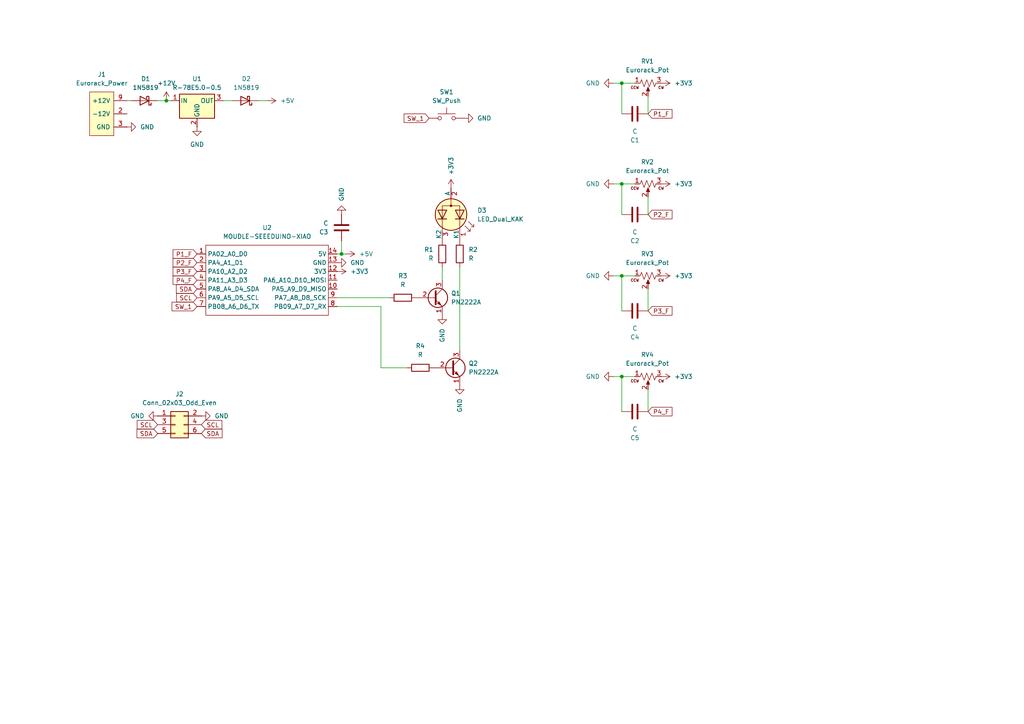
<source format=kicad_sch>
(kicad_sch (version 20231120) (generator "eeschema") (generator_version "8.0")
  (paper "A4")
  (lib_symbols
    (symbol "Connector_Generic:Conn_02x03_Odd_Even" (pin_names (offset 1.016) hide)
      (property "Reference" "J" (at 1.27 5.08 0))
      (property "Value" "Conn_02x03_Odd_Even" (at 1.27 -5.08 0))
      (symbol "Conn_02x03_Odd_Even_1_1"
        (rectangle (start -1.27 -2.413) (end 0 -2.667) (stroke (width 0.1524)))
        (rectangle (start -1.27 0.127) (end 0 -0.127) (stroke (width 0.1524)))
        (rectangle (start -1.27 2.667) (end 0 2.413) (stroke (width 0.1524)))
        (rectangle (start -1.27 3.81) (end 3.81 -3.81) (stroke (width 0.254)) (fill (type background)))
        (rectangle (start 3.81 -2.413) (end 2.54 -2.667) (stroke (width 0.1524)))
        (rectangle (start 3.81 0.127) (end 2.54 -0.127) (stroke (width 0.1524)))
        (rectangle (start 3.81 2.667) (end 2.54 2.413) (stroke (width 0.1524)))
        (pin passive line (at -5.08 2.54 0) (length 3.81) (name "Pin_1") (number "1"))
        (pin passive line (at 7.62 2.54 180) (length 3.81) (name "Pin_2") (number "2"))
        (pin passive line (at -5.08 0 0) (length 3.81) (name "Pin_3") (number "3"))
        (pin passive line (at 7.62 0 180) (length 3.81) (name "Pin_4") (number "4"))
        (pin passive line (at -5.08 -2.54 0) (length 3.81) (name "Pin_5") (number "5"))
        (pin passive line (at 7.62 -2.54 180) (length 3.81) (name "Pin_6") (number "6"))
      )
    )
    (symbol "Device:C" (pin_numbers hide) (pin_names (offset 0.254))
      (property "Reference" "C" (at 0.635 2.54 0))
      (property "Value" "C" (at 0.635 -2.54 0))
      (symbol "C_0_1"
        (polyline (pts (xy -2.032 -0.762) (xy 2.032 -0.762)) (stroke (width 0.508)))
        (polyline (pts (xy -2.032 0.762) (xy 2.032 0.762)) (stroke (width 0.508)))
      )
      (symbol "C_1_1"
        (pin passive line (at 0 3.81 270) (length 2.794) (name "~") (number "1"))
        (pin passive line (at 0 -3.81 90) (length 2.794) (name "~") (number "2"))
      )
    )
    (symbol "Device:LED_Dual_KAK" (pin_names (offset 0))
      (property "Reference" "D" (at 0 5.715 0))
      (property "Value" "LED_Dual_KAK" (at 0 -6.35 0))
      (symbol "LED_Dual_KAK_0_1"
        (circle (center -2.54 0) (radius 0.2794) (fill (type outline)))
        (polyline (pts (xy -4.572 0) (xy -2.54 0)))
        (polyline (pts (xy 1.27 -1.27) (xy 1.27 -3.81)) (stroke (width 0.254)))
        (polyline (pts (xy 1.27 3.81) (xy 1.27 1.27)) (stroke (width 0.254)))
        (polyline (pts (xy 3.81 -2.54) (xy 1.905 -2.54)))
        (polyline (pts (xy 3.81 2.54) (xy 1.905 2.54)))
        (polyline (pts (xy -1.27 -1.27) (xy -1.27 -3.81) (xy 1.27 -2.54) (xy -1.27 -1.27)) (stroke (width 0.254)))
        (polyline (pts (xy -1.27 3.81) (xy -1.27 1.27) (xy 1.27 2.54) (xy -1.27 3.81)) (stroke (width 0.254)))
        (polyline (pts (xy 2.032 2.54) (xy -2.54 2.54) (xy -2.54 -2.54) (xy 2.032 -2.54)))
        (polyline (pts (xy 2.032 5.08) (xy 3.556 6.604) (xy 2.794 6.604) (xy 3.556 6.604) (xy 3.556 5.842)))
        (polyline (pts (xy 3.302 4.064) (xy 4.826 5.588) (xy 4.064 5.588) (xy 4.826 5.588) (xy 4.826 4.826)))
        (circle (center 0 0) (radius 4.572) (stroke (width 0.254)) (fill (type background)))
      )
      (symbol "LED_Dual_KAK_1_1"
        (pin input line (at 7.62 2.54 180) (length 3.81) (name "K1") (number "1"))
        (pin input line (at -7.62 0 0) (length 3.048) (name "A") (number "2"))
        (pin input line (at 7.62 -2.54 180) (length 3.81) (name "K2") (number "3"))
      )
    )
    (symbol "Device:R" (pin_numbers hide) (pin_names (offset 0))
      (property "Reference" "R" (at 2.032 0 90))
      (property "Value" "R" (at 0 0 90))
      (symbol "R_0_1"
        (rectangle (start -1.016 -2.54) (end 1.016 2.54) (stroke (width 0.254)))
      )
      (symbol "R_1_1"
        (pin passive line (at 0 3.81 270) (length 1.27) (name "~") (number "1"))
        (pin passive line (at 0 -3.81 90) (length 1.27) (name "~") (number "2"))
      )
    )
    (symbol "Diode:1N5819" (pin_numbers hide) (pin_names (offset 1.016) hide)
      (property "Reference" "D" (at 0 2.54 0))
      (property "Value" "1N5819" (at 0 -2.54 0))
      (symbol "1N5819_0_1"
        (polyline (pts (xy 1.27 0) (xy -1.27 0)))
        (polyline (pts (xy 1.27 1.27) (xy 1.27 -1.27) (xy -1.27 0) (xy 1.27 1.27)) (stroke (width 0.254)))
        (polyline (pts (xy -1.905 0.635) (xy -1.905 1.27) (xy -1.27 1.27) (xy -1.27 -1.27) (xy -0.635 -1.27) (xy -0.635 -0.635)) (stroke (width 0.254)))
      )
      (symbol "1N5819_1_1"
        (pin passive line (at -3.81 0 0) (length 2.54) (name "K") (number "1"))
        (pin passive line (at 3.81 0 180) (length 2.54) (name "A") (number "2"))
      )
    )
    (symbol "MOUDLE-SEEEDUINO-XIAO:MOUDLE-SEEEDUINO-XIAO"
      (property "Reference" "U" (at -16.51 11.43 0))
      (property "Value" "MOUDLE-SEEEDUINO-XIAO" (at -3.81 -11.43 0))
      (symbol "MOUDLE-SEEEDUINO-XIAO_0_1"
        (rectangle (start -16.51 10.16) (end 19.05 -10.16))
      )
      (symbol "MOUDLE-SEEEDUINO-XIAO_1_1"
        (pin passive line (at -19.05 7.62 0) (length 2.54) (name "PA02_A0_D0") (number "1"))
        (pin passive line (at 21.59 -2.54 180) (length 2.54) (name "PA5_A9_D9_MISO") (number "10"))
        (pin passive line (at 21.59 0 180) (length 2.54) (name "PA6_A10_D10_MOSI") (number "11"))
        (pin passive line (at 21.59 2.54 180) (length 2.54) (name "3V3") (number "12"))
        (pin passive line (at 21.59 5.08 180) (length 2.54) (name "GND") (number "13"))
        (pin passive line (at 21.59 7.62 180) (length 2.54) (name "5V") (number "14"))
        (pin passive line (at -19.05 5.08 0) (length 2.54) (name "PA4_A1_D1") (number "2"))
        (pin passive line (at -19.05 2.54 0) (length 2.54) (name "PA10_A2_D2") (number "3"))
        (pin passive line (at -19.05 0 0) (length 2.54) (name "PA11_A3_D3") (number "4"))
        (pin passive line (at -19.05 -2.54 0) (length 2.54) (name "PA8_A4_D4_SDA") (number "5"))
        (pin passive line (at -19.05 -5.08 0) (length 2.54) (name "PA9_A5_D5_SCL") (number "6"))
        (pin passive line (at -19.05 -7.62 0) (length 2.54) (name "PB08_A6_D6_TX") (number "7"))
        (pin passive line (at 21.59 -7.62 180) (length 2.54) (name "PB09_A7_D7_RX") (number "8"))
        (pin passive line (at 21.59 -5.08 180) (length 2.54) (name "PA7_A8_D8_SCK") (number "9"))
      )
    )
    (symbol "Regulator_Switching:R-78E5.0-0.5" (pin_names (offset 0.254))
      (property "Reference" "U" (at -3.81 3.175 0))
      (property "Value" "R-78E5.0-0.5" (at 0 3.175 0))
      (symbol "R-78E5.0-0.5_0_1"
        (rectangle (start -5.08 1.905) (end 5.08 -5.08) (stroke (width 0.254)) (fill (type background)))
      )
      (symbol "R-78E5.0-0.5_1_1"
        (pin power_in line (at -7.62 0 0) (length 2.54) (name "IN") (number "1"))
        (pin power_in line (at 0 -7.62 90) (length 2.54) (name "GND") (number "2"))
        (pin power_out line (at 7.62 0 180) (length 2.54) (name "OUT") (number "3"))
      )
    )
    (symbol "Switch:SW_Push" (pin_numbers hide) (pin_names (offset 1.016) hide)
      (property "Reference" "SW" (at 1.27 2.54 0))
      (property "Value" "SW_Push" (at 0 -1.524 0))
      (symbol "SW_Push_0_1"
        (circle (center -2.032 0) (radius 0.508))
        (polyline (pts (xy 0 1.27) (xy 0 3.048)))
        (polyline (pts (xy 2.54 1.27) (xy -2.54 1.27)))
        (circle (center 2.032 0) (radius 0.508))
        (pin passive line (at -5.08 0 0) (length 2.54) (name "1") (number "1"))
        (pin passive line (at 5.08 0 180) (length 2.54) (name "2") (number "2"))
      )
    )
    (symbol "Transistor_BJT:PN2222A" (pin_names (offset 0) hide)
      (property "Reference" "Q" (at 5.08 1.905 0))
      (property "Value" "PN2222A" (at 5.08 0 0))
      (symbol "PN2222A_0_1"
        (polyline (pts (xy 0 0) (xy 0.635 0)))
        (polyline (pts (xy 2.54 -2.54) (xy 0.635 -0.635)))
        (polyline (pts (xy 2.54 2.54) (xy 0.635 0.635)))
        (polyline (pts (xy 0.635 1.905) (xy 0.635 -1.905) (xy 0.635 -1.905)) (stroke (width 0.508)))
        (polyline (pts (xy 2.413 -2.413) (xy 1.905 -1.905) (xy 1.905 -1.905)))
        (polyline (pts (xy 1.143 -1.651) (xy 1.651 -1.143) (xy 2.159 -2.159) (xy 1.143 -1.651) (xy 1.143 -1.651)) (fill (type outline)))
        (circle (center 1.27 0) (radius 2.8194) (stroke (width 0.254)))
      )
      (symbol "PN2222A_1_1"
        (pin passive line (at 2.54 -5.08 90) (length 2.54) (name "E") (number "1"))
        (pin input line (at -5.08 0 0) (length 5.08) (name "B") (number "2"))
        (pin passive line (at 2.54 5.08 270) (length 2.54) (name "C") (number "3"))
      )
    )
    (symbol "power:+12V" (power) (pin_numbers hide) (pin_names (offset 0) hide)
      (property "Value" "+12V" (at 0 3.556 0))
      (symbol "+12V_0_1"
        (polyline (pts (xy -0.762 1.27) (xy 0 2.54)))
        (polyline (pts (xy 0 0) (xy 0 2.54)))
        (polyline (pts (xy 0 2.54) (xy 0.762 1.27)))
      )
      (symbol "+12V_1_1"
        (pin power_in line (at 0 0 90) (length 0) (name "~") (number "1"))
      )
    )
    (symbol "power:+3V3" (power) (pin_numbers hide) (pin_names (offset 0) hide)
      (property "Value" "+3V3" (at 0 3.556 0))
      (symbol "+3V3_0_1"
        (polyline (pts (xy -0.762 1.27) (xy 0 2.54)))
        (polyline (pts (xy 0 0) (xy 0 2.54)))
        (polyline (pts (xy 0 2.54) (xy 0.762 1.27)))
      )
      (symbol "+3V3_1_1"
        (pin power_in line (at 0 0 90) (length 0) (name "~") (number "1"))
      )
    )
    (symbol "power:+5V" (power) (pin_numbers hide) (pin_names (offset 0) hide)
      (property "Value" "+5V" (at 0 3.556 0))
      (symbol "+5V_0_1"
        (polyline (pts (xy -0.762 1.27) (xy 0 2.54)))
        (polyline (pts (xy 0 0) (xy 0 2.54)))
        (polyline (pts (xy 0 2.54) (xy 0.762 1.27)))
      )
      (symbol "+5V_1_1"
        (pin power_in line (at 0 0 90) (length 0) (name "~") (number "1"))
      )
    )
    (symbol "power:GND" (power) (pin_numbers hide) (pin_names (offset 0) hide)
      (property "Value" "GND" (at 0 -3.81 0))
      (symbol "GND_0_1"
        (polyline (pts (xy 0 0) (xy 0 -1.27) (xy 1.27 -1.27) (xy 0 -2.54) (xy -1.27 -1.27) (xy 0 -1.27)))
      )
      (symbol "GND_1_1"
        (pin power_in line (at 0 0 270) (length 0) (name "~") (number "1"))
      )
    )
    (symbol "winterbloom:Eurorack_Pot" (pin_names (offset 1.016) hide)
      (property "Reference" "RV" (at 0 4.445 0))
      (property "Value" "Eurorack_Pot" (at 0 2.54 0))
      (symbol "Eurorack_Pot_0_0"
        (text "CCW" (at -3.81 -1.27 0) (effects (font (size 0.762 0.762))))
        (text "CW" (at 3.81 -1.27 0) (effects (font (size 0.762 0.762))))
      )
      (symbol "Eurorack_Pot_0_1"
        (polyline (pts (xy -2.286 0) (xy -2.54 0)))
        (polyline (pts (xy 0 -2.54) (xy 0 -1.524)))
        (polyline (pts (xy 2.54 0) (xy 2.286 0)))
        (polyline (pts (xy 0 -1.143) (xy 0.508 -2.286) (xy -0.508 -2.286) (xy 0 -1.143)) (fill (type outline)))
        (polyline (pts (xy -0.762 0) (xy -1.143 -1.016) (xy -1.524 0) (xy -1.905 1.016) (xy -2.286 0)))
        (polyline (pts (xy 0.762 0) (xy 0.381 -1.016) (xy 0 0) (xy -0.381 1.016) (xy -0.762 0)))
        (polyline (pts (xy 2.286 0) (xy 1.905 -1.016) (xy 1.524 0) (xy 1.143 1.016) (xy 0.762 0)))
      )
      (symbol "Eurorack_Pot_1_1"
        (pin passive line (at -3.81 0 0) (length 1.27) (name "1") (number "1"))
        (pin passive line (at 0 -3.81 90) (length 1.27) (name "2") (number "2"))
        (pin passive line (at 3.81 0 180) (length 1.27) (name "3") (number "3"))
      )
    )
    (symbol "winterbloom:Eurorack_Power" (pin_names (offset 1.016))
      (property "Reference" "J" (at -0.635 7.62 0))
      (property "Value" "Eurorack_Power" (at 0 -7.62 0))
      (symbol "Eurorack_Power_0_1"
        (rectangle (start -3.175 6.35) (end 3.81 -6.35) (fill (type background)))
      )
      (symbol "Eurorack_Power_1_1"
        (pin power_out line (at 7.62 0 180) (length 3.81) hide (name "-12V") (number "1"))
        (pin passive line (at 7.62 3.81 180) (length 3.81) hide (name "+12V") (number "10"))
        (pin passive line (at 7.62 0 180) (length 3.81) (name "-12V") (number "2"))
        (pin power_out line (at 7.62 -3.81 180) (length 3.81) (name "GND") (number "3"))
        (pin passive line (at 7.62 -3.81 180) (length 3.81) hide (name "GND") (number "4"))
        (pin passive line (at 7.62 -3.81 180) (length 3.81) hide (name "GND") (number "5"))
        (pin passive line (at 7.62 -3.81 180) (length 3.81) hide (name "GND") (number "6"))
        (pin passive line (at 7.62 -3.81 180) (length 3.81) hide (name "GND") (number "7"))
        (pin passive line (at 7.62 -3.81 180) (length 3.81) hide (name "GND") (number "8"))
        (pin power_out line (at 7.62 3.81 180) (length 3.81) (name "+12V") (number "9"))
      )
    )
  )
  (junction (at 180.34 24.13))
  (junction (at 99.06 73.66))
  (junction (at 48.26 29.21))
  (junction (at 180.34 53.34))
  (junction (at 180.34 109.22))
  (junction (at 180.34 80.01))
  (wire (pts (xy 187.96 119.38) (xy 187.96 113.03)))
  (wire (pts (xy 48.26 29.21) (xy 45.72 29.21)))
  (wire (pts (xy 187.96 33.02) (xy 187.96 27.94)))
  (wire (pts (xy 180.34 53.34) (xy 180.34 62.23)))
  (wire (pts (xy 180.34 53.34) (xy 184.15 53.34)))
  (wire (pts (xy 180.34 109.22) (xy 180.34 119.38)))
  (wire (pts (xy 180.34 24.13) (xy 184.15 24.13)))
  (wire (pts (xy 97.79 86.36) (xy 113.03 86.36)))
  (wire (pts (xy 48.26 29.21) (xy 49.53 29.21)))
  (wire (pts (xy 177.8 80.01) (xy 180.34 80.01)))
  (wire (pts (xy 74.93 29.21) (xy 77.47 29.21)))
  (wire (pts (xy 180.34 80.01) (xy 184.15 80.01)))
  (wire (pts (xy 99.06 69.85) (xy 99.06 73.66)))
  (wire (pts (xy 99.06 73.66) (xy 97.79 73.66)))
  (wire (pts (xy 97.79 88.9) (xy 110.49 88.9)))
  (wire (pts (xy 177.8 53.34) (xy 180.34 53.34)))
  (wire (pts (xy 100.33 73.66) (xy 99.06 73.66)))
  (wire (pts (xy 133.35 77.47) (xy 133.35 101.6)))
  (wire (pts (xy 187.96 62.23) (xy 187.96 57.15)))
  (wire (pts (xy 128.27 77.47) (xy 128.27 81.28)))
  (wire (pts (xy 180.34 109.22) (xy 184.15 109.22)))
  (wire (pts (xy 187.96 90.17) (xy 187.96 83.82)))
  (wire (pts (xy 177.8 24.13) (xy 180.34 24.13)))
  (wire (pts (xy 64.77 29.21) (xy 67.31 29.21)))
  (wire (pts (xy 180.34 80.01) (xy 180.34 90.17)))
  (wire (pts (xy 180.34 24.13) (xy 180.34 33.02)))
  (wire (pts (xy 36.83 29.21) (xy 38.1 29.21)))
  (wire (pts (xy 110.49 106.68) (xy 118.11 106.68)))
  (wire (pts (xy 110.49 88.9) (xy 110.49 106.68)))
  (wire (pts (xy 177.8 109.22) (xy 180.34 109.22)))
  (global_label "SDA" (shape input) (at 45.72 125.73 180) (property "Intersheetrefs" "${INTERSHEET_REFS}" (effects (hide yes))))
  (global_label "P4_F" (shape input) (at 187.96 119.38 0) (property "Intersheetrefs" "${INTERSHEET_REFS}" (effects (hide yes))))
  (global_label "SW_1" (shape input) (at 124.46 34.29 180) (property "Intersheetrefs" "${INTERSHEET_REFS}" (effects (hide yes))))
  (global_label "SW_1" (shape input) (at 57.15 88.9 180) (property "Intersheetrefs" "${INTERSHEET_REFS}" (effects (hide yes))))
  (global_label "P2_F" (shape input) (at 187.96 62.23 0) (property "Intersheetrefs" "${INTERSHEET_REFS}" (effects (hide yes))))
  (global_label "P3_F" (shape input) (at 57.15 78.74 180) (property "Intersheetrefs" "${INTERSHEET_REFS}" (effects (hide yes))))
  (global_label "SCL" (shape input) (at 58.42 123.19 0) (property "Intersheetrefs" "${INTERSHEET_REFS}" (effects (hide yes))))
  (global_label "SCL" (shape input) (at 45.72 123.19 180) (property "Intersheetrefs" "${INTERSHEET_REFS}" (effects (hide yes))))
  (global_label "P4_F" (shape input) (at 57.15 81.28 180) (property "Intersheetrefs" "${INTERSHEET_REFS}" (effects (hide yes))))
  (global_label "P3_F" (shape input) (at 187.96 90.17 0) (property "Intersheetrefs" "${INTERSHEET_REFS}" (effects (hide yes))))
  (global_label "P2_F" (shape input) (at 57.15 76.2 180) (property "Intersheetrefs" "${INTERSHEET_REFS}" (effects (hide yes))))
  (global_label "SCL" (shape input) (at 57.15 86.36 180) (property "Intersheetrefs" "${INTERSHEET_REFS}" (effects (hide yes))))
  (global_label "SDA" (shape input) (at 57.15 83.82 180) (property "Intersheetrefs" "${INTERSHEET_REFS}" (effects (hide yes))))
  (global_label "P1_F" (shape input) (at 57.15 73.66 180) (property "Intersheetrefs" "${INTERSHEET_REFS}" (effects (hide yes))))
  (global_label "SDA" (shape input) (at 58.42 125.73 0) (property "Intersheetrefs" "${INTERSHEET_REFS}" (effects (hide yes))))
  (global_label "P1_F" (shape input) (at 187.96 33.02 0) (property "Intersheetrefs" "${INTERSHEET_REFS}" (effects (hide yes))))
  (symbol (lib_id "Diode:1N5819") (at 71.12 29.21 180) (unit 1)
    (property "Reference" "D2" (at 71.4375 22.86 0))
    (property "Value" "1N5819" (at 71.4375 25.4 0))
    (property "Footprint" "Diode_THT:D_DO-41_SOD81_P10.16mm_Horizontal" (effects (hide yes)))
    (property "Datasheet" "http://www.vishay.com/docs/88525/1n5817.pdf" (effects (hide yes)))
    (property "Description" "40V 1A Schottky Barrier Rectifier Diode, DO-41" (effects (hide yes)))
  )
  (symbol (lib_id "power:GND") (at 177.8 24.13 270) (unit 1)
    (property "Reference" "#PWR01" (effects (hide yes)))
    (property "Value" "GND" (at 173.99 24.1299 90) (effects (justify right)))
    (property "Description" "Power symbol creates a global label with name \"GND\" , ground" (effects (hide yes)))
  )
  (symbol (lib_id "power:GND") (at 134.62 34.29 90) (unit 1)
    (property "Reference" "#PWR05" (effects (hide yes)))
    (property "Value" "GND" (at 138.43 34.2899 90) (effects (justify right)))
    (property "Description" "Power symbol creates a global label with name \"GND\" , ground" (effects (hide yes)))
  )
  (symbol (lib_id "Switch:SW_Push") (at 129.54 34.29 0) (unit 1)
    (property "Reference" "SW1" (at 129.54 26.67 0))
    (property "Value" "SW_Push" (at 129.54 29.21 0))
    (property "Footprint" "winterbloom:Tactile_Switch_6mm" (effects (hide yes)))
    (property "Description" "Push button switch, generic, two pins" (effects (hide yes)))
  )
  (symbol (lib_id "power:GND") (at 58.42 120.65 90) (mirror x) (unit 1)
    (property "Reference" "#PWR022" (effects (hide yes)))
    (property "Value" "GND" (at 62.23 120.6499 90) (effects (justify right)))
    (property "Description" "Power symbol creates a global label with name \"GND\" , ground" (effects (hide yes)))
  )
  (symbol (lib_id "power:+3V3") (at 191.77 80.01 270) (unit 1)
    (property "Reference" "#PWR016" (effects (hide yes)))
    (property "Value" "+3V3" (at 195.58 80.0099 90) (effects (justify left)))
    (property "Description" "Power symbol creates a global label with name \"+3V3\"" (effects (hide yes)))
  )
  (symbol (lib_id "winterbloom:Eurorack_Pot") (at 187.96 24.13 0) (unit 1)
    (property "Reference" "RV1" (at 187.7695 17.78 0))
    (property "Value" "Eurorack_Pot" (at 187.7695 20.32 0))
    (property "Footprint" "winterbloom:Potentiometer_Alpha_R0904N" (effects (hide yes)))
    (property "Datasheet" "https://s3.us-west-2.amazonaws.com/secure.notion-static.com/c2e29654-9937-4f21-ad37-19aeb30b6cf7/R0904N%28KQ%29-LWS.pdf?X-Amz-Algorithm=AWS4-HMAC-SHA256&X-Amz-Credential=AKIAT73L2G45O3KS52Y5%2F20210212%2Fus-west-2%2Fs3%2Faws4_request&X-Amz-Date=20210212T061200Z&X-Amz-Expires=86400&X-Amz-Signature=79cad3de6b24b7023aa449b148ed3570970ec3161da0e13127712a5cd74fcd34&X-Amz-SignedHeaders=host&response-content-disposition=filename%20%3D%22R0904N%28KQ%29-LWS.pdf%22" (effects (hide yes)))
    (property "Description" "Potentiometer, Eurorack, mini pot" (effects (hide yes)))
    (property "MPN" "R0904N-???? L-25KQ/LWS" (effects (hide yes)))
  )
  (symbol (lib_id "power:GND") (at 128.27 91.44 0) (unit 1)
    (property "Reference" "#PWR017" (effects (hide yes)))
    (property "Value" "GND" (at 128.2701 95.25 90) (effects (justify right)))
    (property "Description" "Power symbol creates a global label with name \"GND\" , ground" (effects (hide yes)))
  )
  (symbol (lib_id "power:GND") (at 99.06 62.23 180) (unit 1)
    (property "Reference" "#PWR011" (effects (hide yes)))
    (property "Value" "GND" (at 99.0599 58.42 90) (effects (justify right)))
    (property "Description" "Power symbol creates a global label with name \"GND\" , ground" (effects (hide yes)))
  )
  (symbol (lib_id "power:GND") (at 36.83 36.83 90) (unit 1)
    (property "Reference" "#PWR06" (effects (hide yes)))
    (property "Value" "GND" (at 40.64 36.8299 90) (effects (justify right)))
    (property "Description" "Power symbol creates a global label with name \"GND\" , ground" (effects (hide yes)))
  )
  (symbol (lib_id "Transistor_BJT:PN2222A") (at 125.73 86.36 0) (unit 1)
    (property "Reference" "Q1" (at 130.81 85.0899 0) (effects (justify left)))
    (property "Value" "PN2222A" (at 130.81 87.6299 0) (effects (justify left)))
    (property "Footprint" "Package_TO_SOT_THT:TO-92_Inline" (effects (hide yes)))
    (property "Datasheet" "https://www.onsemi.com/pub/Collateral/PN2222-D.PDF" (effects (hide yes)))
    (property "Description" "1A Ic, 40V Vce, NPN Transistor, General Purpose Transistor, TO-92" (effects (hide yes)))
  )
  (symbol (lib_id "MOUDLE-SEEEDUINO-XIAO:MOUDLE-SEEEDUINO-XIAO") (at 76.2 81.28 0) (unit 1)
    (property "Reference" "U2" (at 77.47 66.04 0))
    (property "Value" "MOUDLE-SEEEDUINO-XIAO" (at 77.47 68.58 0))
    (property "Footprint" "XIAO_PCB:MOUDLE14P-2.54-21X17.8MM" (effects (hide yes)))
  )
  (symbol (lib_id "power:GND") (at 177.8 109.22 270) (unit 1)
    (property "Reference" "#PWR018" (effects (hide yes)))
    (property "Value" "GND" (at 173.99 109.2199 90) (effects (justify right)))
    (property "Description" "Power symbol creates a global label with name \"GND\" , ground" (effects (hide yes)))
  )
  (symbol (lib_id "Device:C") (at 99.06 66.04 180) (unit 1)
    (property "Reference" "C3" (at 95.25 67.3101 0) (effects (justify left)))
    (property "Value" "C" (at 95.25 64.7701 0) (effects (justify left)))
    (property "Footprint" "Capacitor_THT:C_Disc_D5.0mm_W2.5mm_P2.50mm" (effects (hide yes)))
    (property "Description" "Unpolarized capacitor" (effects (hide yes)))
  )
  (symbol (lib_id "Device:LED_Dual_KAK") (at 130.81 62.23 270) (unit 1)
    (property "Reference" "D3" (at 138.43 61.0234 90) (effects (justify left)))
    (property "Value" "LED_Dual_KAK" (at 138.43 63.5634 90) (effects (justify left)))
    (property "Footprint" "LED_THT:LED_D3.0mm-3" (effects (hide yes)))
    (property "Description" "Dual LED, common anode on pin 2" (effects (hide yes)))
  )
  (symbol (lib_id "Device:C") (at 184.15 90.17 270) (mirror x) (unit 1)
    (property "Reference" "C4" (at 184.15 97.79 90))
    (property "Value" "C" (at 184.15 95.25 90))
    (property "Footprint" "Capacitor_THT:C_Disc_D5.0mm_W2.5mm_P2.50mm" (effects (hide yes)))
    (property "Description" "Unpolarized capacitor" (effects (hide yes)))
  )
  (symbol (lib_id "Transistor_BJT:PN2222A") (at 130.81 106.68 0) (unit 1)
    (property "Reference" "Q2" (at 135.89 105.4099 0) (effects (justify left)))
    (property "Value" "PN2222A" (at 135.89 107.9499 0) (effects (justify left)))
    (property "Footprint" "Package_TO_SOT_THT:TO-92_Inline" (effects (hide yes)))
    (property "Datasheet" "https://www.onsemi.com/pub/Collateral/PN2222-D.PDF" (effects (hide yes)))
    (property "Description" "1A Ic, 40V Vce, NPN Transistor, General Purpose Transistor, TO-92" (effects (hide yes)))
  )
  (symbol (lib_id "power:+3V3") (at 191.77 109.22 270) (unit 1)
    (property "Reference" "#PWR019" (effects (hide yes)))
    (property "Value" "+3V3" (at 195.58 109.2199 90) (effects (justify left)))
    (property "Description" "Power symbol creates a global label with name \"+3V3\"" (effects (hide yes)))
  )
  (symbol (lib_id "power:GND") (at 177.8 80.01 270) (unit 1)
    (property "Reference" "#PWR015" (effects (hide yes)))
    (property "Value" "GND" (at 173.99 80.0099 90) (effects (justify right)))
    (property "Description" "Power symbol creates a global label with name \"GND\" , ground" (effects (hide yes)))
  )
  (symbol (lib_id "Device:C") (at 184.15 33.02 270) (mirror x) (unit 1)
    (property "Reference" "C1" (at 184.15 40.64 90))
    (property "Value" "C" (at 184.15 38.1 90))
    (property "Footprint" "Capacitor_THT:C_Disc_D5.0mm_W2.5mm_P2.50mm" (effects (hide yes)))
    (property "Description" "Unpolarized capacitor" (effects (hide yes)))
  )
  (symbol (lib_id "Device:R") (at 128.27 73.66 0) (mirror y) (unit 1)
    (property "Reference" "R1" (at 125.73 72.3899 0) (effects (justify left)))
    (property "Value" "R" (at 125.73 74.9299 0) (effects (justify left)))
    (property "Footprint" "Resistor_THT:R_Axial_DIN0204_L3.6mm_D1.6mm_P2.54mm_Vertical" (effects (hide yes)))
    (property "Description" "Resistor" (effects (hide yes)))
  )
  (symbol (lib_id "Device:R") (at 133.35 73.66 0) (unit 1)
    (property "Reference" "R2" (at 135.89 72.3899 0) (effects (justify left)))
    (property "Value" "R" (at 135.89 74.9299 0) (effects (justify left)))
    (property "Footprint" "Resistor_THT:R_Axial_DIN0204_L3.6mm_D1.6mm_P2.54mm_Vertical" (effects (hide yes)))
    (property "Description" "Resistor" (effects (hide yes)))
  )
  (symbol (lib_id "Device:C") (at 184.15 119.38 270) (mirror x) (unit 1)
    (property "Reference" "C5" (at 184.15 127 90))
    (property "Value" "C" (at 184.15 124.46 90))
    (property "Footprint" "Capacitor_THT:C_Disc_D5.0mm_W2.5mm_P2.50mm" (effects (hide yes)))
    (property "Description" "Unpolarized capacitor" (effects (hide yes)))
  )
  (symbol (lib_id "power:GND") (at 57.15 36.83 0) (unit 1)
    (property "Reference" "#PWR07" (effects (hide yes)))
    (property "Value" "GND" (at 57.15 41.91 0))
    (property "Description" "Power symbol creates a global label with name \"GND\" , ground" (effects (hide yes)))
  )
  (symbol (lib_id "Connector_Generic:Conn_02x03_Odd_Even") (at 50.8 123.19 0) (unit 1)
    (property "Reference" "J2" (at 52.07 114.3 0))
    (property "Value" "Conn_02x03_Odd_Even" (at 52.07 116.84 0))
    (property "Footprint" "Connector_PinHeader_2.54mm:PinHeader_2x03_P2.54mm_Vertical" (effects (hide yes)))
    (property "Description" "Generic connector, double row, 02x03, odd/even pin numbering scheme (row 1 odd numbers, row 2 even numbers), script generated (kicad-library-utils/schlib/autogen/connector/)" (effects (hide yes)))
  )
  (symbol (lib_id "power:GND") (at 133.35 111.76 0) (unit 1)
    (property "Reference" "#PWR020" (effects (hide yes)))
    (property "Value" "GND" (at 133.3501 115.57 90) (effects (justify right)))
    (property "Description" "Power symbol creates a global label with name \"GND\" , ground" (effects (hide yes)))
  )
  (symbol (lib_id "power:GND") (at 45.72 120.65 270) (mirror x) (unit 1)
    (property "Reference" "#PWR021" (effects (hide yes)))
    (property "Value" "GND" (at 41.91 120.6499 90) (effects (justify right)))
    (property "Description" "Power symbol creates a global label with name \"GND\" , ground" (effects (hide yes)))
  )
  (symbol (lib_id "winterbloom:Eurorack_Pot") (at 187.96 109.22 0) (unit 1)
    (property "Reference" "RV4" (at 187.7695 102.87 0))
    (property "Value" "Eurorack_Pot" (at 187.7695 105.41 0))
    (property "Footprint" "winterbloom:Potentiometer_Alpha_R0904N" (effects (hide yes)))
    (property "Datasheet" "https://s3.us-west-2.amazonaws.com/secure.notion-static.com/c2e29654-9937-4f21-ad37-19aeb30b6cf7/R0904N%28KQ%29-LWS.pdf?X-Amz-Algorithm=AWS4-HMAC-SHA256&X-Amz-Credential=AKIAT73L2G45O3KS52Y5%2F20210212%2Fus-west-2%2Fs3%2Faws4_request&X-Amz-Date=20210212T061200Z&X-Amz-Expires=86400&X-Amz-Signature=79cad3de6b24b7023aa449b148ed3570970ec3161da0e13127712a5cd74fcd34&X-Amz-SignedHeaders=host&response-content-disposition=filename%20%3D%22R0904N%28KQ%29-LWS.pdf%22" (effects (hide yes)))
    (property "Description" "Potentiometer, Eurorack, mini pot" (effects (hide yes)))
    (property "MPN" "R0904N-???? L-25KQ/LWS" (effects (hide yes)))
  )
  (symbol (lib_id "power:GND") (at 97.79 76.2 90) (unit 1)
    (property "Reference" "#PWR013" (effects (hide yes)))
    (property "Value" "GND" (at 101.6 76.1999 90) (effects (justify right)))
    (property "Description" "Power symbol creates a global label with name \"GND\" , ground" (effects (hide yes)))
  )
  (symbol (lib_id "Device:R") (at 121.92 106.68 90) (unit 1)
    (property "Reference" "R4" (at 121.92 100.33 90))
    (property "Value" "R" (at 121.92 102.87 90))
    (property "Footprint" "Resistor_THT:R_Axial_DIN0204_L3.6mm_D1.6mm_P2.54mm_Vertical" (effects (hide yes)))
    (property "Description" "Resistor" (effects (hide yes)))
  )
  (symbol (lib_id "Regulator_Switching:R-78E5.0-0.5") (at 57.15 29.21 0) (unit 1)
    (property "Reference" "U1" (at 57.15 22.86 0))
    (property "Value" "R-78E5.0-0.5" (at 57.15 25.4 0))
    (property "Footprint" "Converter_DCDC:Converter_DCDC_RECOM_R-78E-0.5_THT" (effects (hide yes)))
    (property "Datasheet" "https://www.recom-power.com/pdf/Innoline/R-78Exx-0.5.pdf" (effects (hide yes)))
    (property "Description" "500mA Step-Down DC/DC-Regulator, 7-28V input, 5V fixed Output Voltage, LM78xx replacement, -40°C to +85°C, SIP3" (effects (hide yes)))
  )
  (symbol (lib_id "Device:C") (at 184.15 62.23 270) (mirror x) (unit 1)
    (property "Reference" "C2" (at 184.15 69.85 90))
    (property "Value" "C" (at 184.15 67.31 90))
    (property "Footprint" "Capacitor_THT:C_Disc_D5.0mm_W2.5mm_P2.50mm" (effects (hide yes)))
    (property "Description" "Unpolarized capacitor" (effects (hide yes)))
  )
  (symbol (lib_id "Diode:1N5819") (at 41.91 29.21 180) (unit 1)
    (property "Reference" "D1" (at 42.2275 22.86 0))
    (property "Value" "1N5819" (at 42.2275 25.4 0))
    (property "Footprint" "Diode_THT:D_DO-41_SOD81_P10.16mm_Horizontal" (effects (hide yes)))
    (property "Datasheet" "http://www.vishay.com/docs/88525/1n5817.pdf" (effects (hide yes)))
    (property "Description" "40V 1A Schottky Barrier Rectifier Diode, DO-41" (effects (hide yes)))
  )
  (symbol (lib_id "winterbloom:Eurorack_Power") (at 29.21 33.02 0) (unit 1)
    (property "Reference" "J1" (at 29.5275 21.59 0))
    (property "Value" "Eurorack_Power" (at 29.5275 24.13 0))
    (property "Footprint" "winterbloom:Eurorack_Power_2x5_Shrouded_Lock" (effects (hide yes)))
    (property "Datasheet" "https://static6.arrow.com/aropdfconversion/1507f1621f4e67855dd466ebb3ac550d52564a9d/32302-sxx1.pdf" (effects (hide yes)))
    (property "Description" "Shrouded, keyed, Eurorack power header, 02x05, 2.54mm spacing" (effects (hide yes)))
    (property "MPN" "302-S101" (effects (hide yes)))
  )
  (symbol (lib_id "Device:R") (at 116.84 86.36 90) (unit 1)
    (property "Reference" "R3" (at 116.84 80.01 90))
    (property "Value" "R" (at 116.84 82.55 90))
    (property "Footprint" "Resistor_THT:R_Axial_DIN0204_L3.6mm_D1.6mm_P2.54mm_Vertical" (effects (hide yes)))
    (property "Description" "Resistor" (effects (hide yes)))
  )
  (symbol (lib_id "power:GND") (at 177.8 53.34 270) (unit 1)
    (property "Reference" "#PWR08" (effects (hide yes)))
    (property "Value" "GND" (at 173.99 53.3399 90) (effects (justify right)))
    (property "Description" "Power symbol creates a global label with name \"GND\" , ground" (effects (hide yes)))
  )
  (symbol (lib_id "power:+12V") (at 48.26 29.21 0) (unit 1)
    (property "Reference" "#PWR03" (effects (hide yes)))
    (property "Value" "+12V" (at 48.26 24.13 0))
    (property "Description" "Power symbol creates a global label with name \"+12V\"" (effects (hide yes)))
  )
  (symbol (lib_id "power:+3V3") (at 130.81 54.61 0) (unit 1)
    (property "Reference" "#PWR010" (effects (hide yes)))
    (property "Value" "+3V3" (at 130.8099 50.8 90) (effects (justify left)))
    (property "Description" "Power symbol creates a global label with name \"+3V3\"" (effects (hide yes)))
  )
  (symbol (lib_id "winterbloom:Eurorack_Pot") (at 187.96 53.34 0) (unit 1)
    (property "Reference" "RV2" (at 187.7695 46.99 0))
    (property "Value" "Eurorack_Pot" (at 187.7695 49.53 0))
    (property "Footprint" "winterbloom:Potentiometer_Alpha_R0904N" (effects (hide yes)))
    (property "Datasheet" "https://s3.us-west-2.amazonaws.com/secure.notion-static.com/c2e29654-9937-4f21-ad37-19aeb30b6cf7/R0904N%28KQ%29-LWS.pdf?X-Amz-Algorithm=AWS4-HMAC-SHA256&X-Amz-Credential=AKIAT73L2G45O3KS52Y5%2F20210212%2Fus-west-2%2Fs3%2Faws4_request&X-Amz-Date=20210212T061200Z&X-Amz-Expires=86400&X-Amz-Signature=79cad3de6b24b7023aa449b148ed3570970ec3161da0e13127712a5cd74fcd34&X-Amz-SignedHeaders=host&response-content-disposition=filename%20%3D%22R0904N%28KQ%29-LWS.pdf%22" (effects (hide yes)))
    (property "Description" "Potentiometer, Eurorack, mini pot" (effects (hide yes)))
    (property "MPN" "R0904N-???? L-25KQ/LWS" (effects (hide yes)))
  )
  (symbol (lib_id "power:+3V3") (at 191.77 24.13 270) (unit 1)
    (property "Reference" "#PWR02" (effects (hide yes)))
    (property "Value" "+3V3" (at 195.58 24.1299 90) (effects (justify left)))
    (property "Description" "Power symbol creates a global label with name \"+3V3\"" (effects (hide yes)))
  )
  (symbol (lib_id "power:+3V3") (at 191.77 53.34 270) (unit 1)
    (property "Reference" "#PWR09" (effects (hide yes)))
    (property "Value" "+3V3" (at 195.58 53.3399 90) (effects (justify left)))
    (property "Description" "Power symbol creates a global label with name \"+3V3\"" (effects (hide yes)))
  )
  (symbol (lib_id "power:+3V3") (at 97.79 78.74 270) (unit 1)
    (property "Reference" "#PWR014" (effects (hide yes)))
    (property "Value" "+3V3" (at 101.6 78.7399 90) (effects (justify left)))
    (property "Description" "Power symbol creates a global label with name \"+3V3\"" (effects (hide yes)))
  )
  (symbol (lib_id "power:+5V") (at 100.33 73.66 270) (unit 1)
    (property "Reference" "#PWR012" (effects (hide yes)))
    (property "Value" "+5V" (at 104.14 73.6599 90) (effects (justify left)))
    (property "Description" "Power symbol creates a global label with name \"+5V\"" (effects (hide yes)))
  )
  (symbol (lib_id "power:+5V") (at 77.47 29.21 270) (unit 1)
    (property "Reference" "#PWR04" (effects (hide yes)))
    (property "Value" "+5V" (at 81.28 29.2099 90) (effects (justify left)))
    (property "Description" "Power symbol creates a global label with name \"+5V\"" (effects (hide yes)))
  )
  (symbol (lib_id "winterbloom:Eurorack_Pot") (at 187.96 80.01 0) (unit 1)
    (property "Reference" "RV3" (at 187.7695 73.66 0))
    (property "Value" "Eurorack_Pot" (at 187.7695 76.2 0))
    (property "Footprint" "winterbloom:Potentiometer_Alpha_R0904N" (effects (hide yes)))
    (property "Datasheet" "https://s3.us-west-2.amazonaws.com/secure.notion-static.com/c2e29654-9937-4f21-ad37-19aeb30b6cf7/R0904N%28KQ%29-LWS.pdf?X-Amz-Algorithm=AWS4-HMAC-SHA256&X-Amz-Credential=AKIAT73L2G45O3KS52Y5%2F20210212%2Fus-west-2%2Fs3%2Faws4_request&X-Amz-Date=20210212T061200Z&X-Amz-Expires=86400&X-Amz-Signature=79cad3de6b24b7023aa449b148ed3570970ec3161da0e13127712a5cd74fcd34&X-Amz-SignedHeaders=host&response-content-disposition=filename%20%3D%22R0904N%28KQ%29-LWS.pdf%22" (effects (hide yes)))
    (property "Description" "Potentiometer, Eurorack, mini pot" (effects (hide yes)))
    (property "MPN" "R0904N-???? L-25KQ/LWS" (effects (hide yes)))
  )
)
</source>
